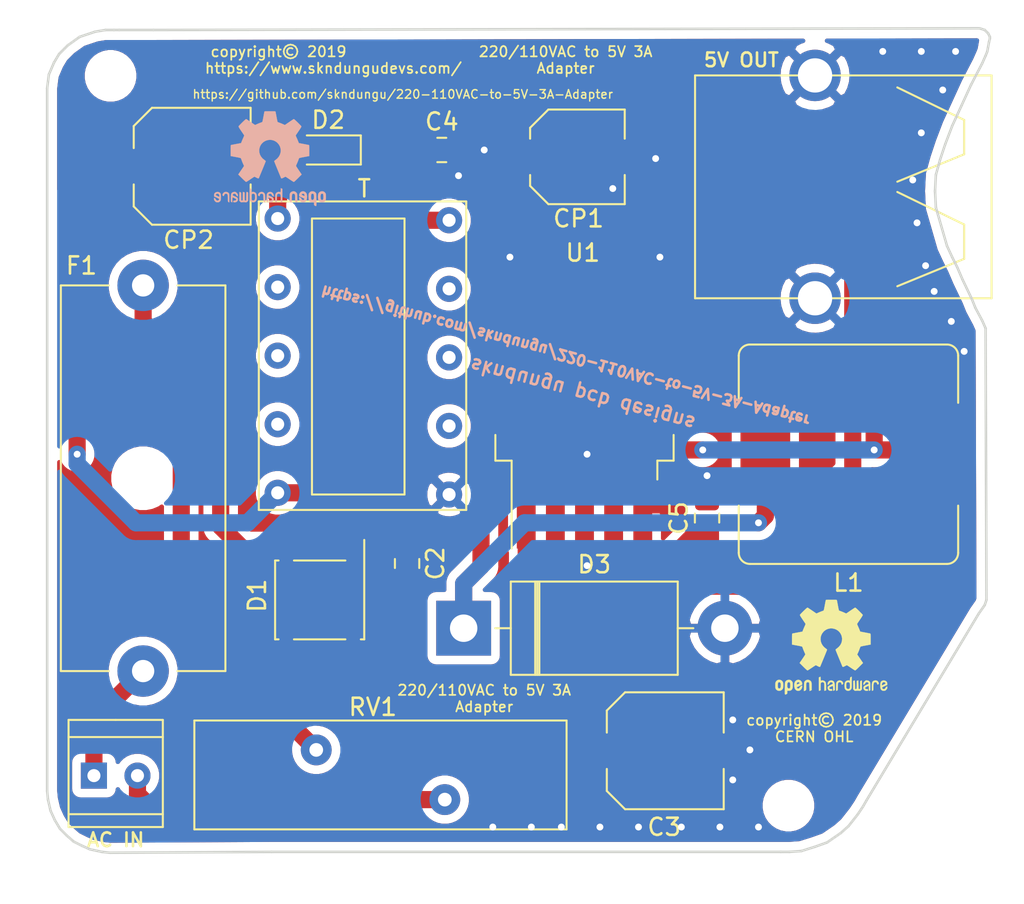
<source format=kicad_pcb>
(kicad_pcb (version 20171130) (host pcbnew "(5.1.2-1)-1")
  (layers (0 F.Cu signal) (31 B.Cu signal) (34 B.Paste user) (35 F.Paste user) (36 B.SilkS user) (37 F.SilkS user) (38 B.Mask user) (39 F.Mask user) (44 Edge.Cuts user))
  (net 0 "")
  (net 1 GND)
  (net 2 DC-OUT)
  (net 3 5V-OUT)
  (net 4 INA)
  (net 5 INB)
  (net 6 "Net-(D3-Pad1)")
  (net 7 "Net-(F1-Pad2)")
  (net 8 "Net-(J2-Pad3)")
  (net 9 "Net-(J2-Pad2)")
  (net 10 /T1)
  (net 11 /T4)
  (net 12 /T6)
  (module Symbol:OSHW-Logo2_7.3x6mm_SilkScreen (layer B.Cu) (at 89 77.5 180)
    (fp_text reference REF** hide)
    (fp_text value OSHW-Logo2_7.3x6mm_SilkScreen hide)
  )
  (module Symbol:OSHW-Logo2_7.3x6mm_SilkScreen (layer F.Cu) (at 121.75 106)
    (fp_text reference REF** hide)
    (fp_text value OSHW-Logo2_7.3x6mm_SilkScreen hide)
  )
  (module Tranformer_EE22:Transformer_EE22 (layer F.Cu) (at 94.25 89)
    (fp_text reference T (at 0.25 -9.75) (layer F.SilkS))
    (fp_text value T)
    (pad 10 thru_hole circle (at 5.2 8.1) (size 1.524 1.524) (drill 0.762) (layers *.Cu *.Mask) (net 1 GND))
    (pad 9 thru_hole circle (at 5.2 4.1) (size 1.524 1.524) (drill 0.762) (layers *.Cu *.Mask))
    (pad 8 thru_hole circle (at 5.2 0.1) (size 1.524 1.524) (drill 0.762) (layers *.Cu *.Mask))
    (pad 7 thru_hole circle (at 5.2 -3.9) (size 1.524 1.524) (drill 0.762) (layers *.Cu *.Mask))
    (pad 6 thru_hole circle (at 5.2 -7.9) (size 1.524 1.524) (drill 0.762) (layers *.Cu *.Mask) (net 12 /T6))
    (pad 5 thru_hole circle (at -4.8 -8) (size 1.524 1.524) (drill 0.762) (layers *.Cu *.Mask) (net 11 /T4))
    (pad 4 thru_hole circle (at -4.8 -4) (size 1.524 1.524) (drill 0.762) (layers *.Cu *.Mask))
    (pad 3 thru_hole circle (at -4.8 0) (size 1.524 1.524) (drill 0.762) (layers *.Cu *.Mask))
    (pad 2 thru_hole circle (at -4.8 4) (size 1.524 1.524) (drill 0.762) (layers *.Cu *.Mask))
    (pad 1 thru_hole circle (at -4.8 8) (size 1.524 1.524) (drill 0.762) (layers *.Cu *.Mask) (net 10 /T1))
  )
  (module USB_TYPE_A:PRT-09011 (layer F.Cu) (at 116.3 79.15 270)
    (fp_text reference "5V OUT" (at -7.4 -0.2 180) (layer F.SilkS) (effects (font (size 0.8 0.8))))
    (fp_text value USB_A)
    (pad 5 thru_hole circle (at 6.5 -4.5 270) (size 3 3) (drill 2) (layers *.Cu *.Mask) (net 1 GND))
    (pad 5 thru_hole circle (at -6.5 -4.5 270) (size 3 3) (drill 2) (layers *.Cu *.Mask) (net 1 GND))
    (pad 1 smd rect (at -3.5 0 270) (size 0.9 4) (layers F.Cu F.Paste F.Mask) (net 3 5V-OUT))
    (pad 2 smd rect (at -1 0 270) (size 0.9 4) (layers F.Cu F.Paste F.Mask) (net 9 "Net-(J2-Pad2)"))
    (pad 3 smd rect (at 1 0 270) (size 0.9 4) (layers F.Cu F.Paste F.Mask) (net 8 "Net-(J2-Pad3)"))
    (pad 4 smd rect (at 3.5 0 270) (size 0.9 4) (layers F.Cu F.Paste F.Mask) (net 1 GND))
  )
  (module Capacitor_SMD:C_0805_2012Metric_Pad1.15x1.40mm_HandSolder (layer F.Cu) (at 97 101.125 270)
    (fp_text reference C2 (at 0 -1.65 90) (layer F.SilkS))
    (fp_text value 10uF)
    (pad 2 smd roundrect (at 1.025 0 270) (size 1.15 1.4) (layers F.Cu F.Paste F.Mask) (roundrect_rratio 0.217391) (net 11 /T4))
    (pad 1 smd roundrect (at -1.025 0 270) (size 1.15 1.4) (layers F.Cu F.Paste F.Mask) (roundrect_rratio 0.217391) (net 10 /T1))
  )
  (module Capacitor_SMD:C_Elec_6.3x7.7 (layer F.Cu) (at 112.0625 112.05)
    (fp_text reference C3 (at -0.0625 4.45) (layer F.SilkS))
    (fp_text value 680uF)
    (pad 2 smd roundrect (at 2.5375 0) (size 3.325 1.6) (layers F.Cu F.Paste F.Mask) (roundrect_rratio 0.15625) (net 1 GND))
    (pad 1 smd roundrect (at -2.5375 0) (size 3.325 1.6) (layers F.Cu F.Paste F.Mask) (roundrect_rratio 0.15625) (net 2 DC-OUT))
  )
  (module Capacitor_SMD:C_0805_2012Metric_Pad1.15x1.40mm_HandSolder (layer F.Cu) (at 99.025 77)
    (fp_text reference C4 (at 0 -1.65) (layer F.SilkS))
    (fp_text value 0.1uF)
    (pad 2 smd roundrect (at 1.025 0) (size 1.15 1.4) (layers F.Cu F.Paste F.Mask) (roundrect_rratio 0.217391) (net 1 GND))
    (pad 1 smd roundrect (at -1.025 0) (size 1.15 1.4) (layers F.Cu F.Paste F.Mask) (roundrect_rratio 0.217391) (net 2 DC-OUT))
  )
  (module Capacitor_SMD:C_0805_2012Metric_Pad1.15x1.40mm_HandSolder (layer F.Cu) (at 114.5 98.475 90)
    (fp_text reference C5 (at 0 -1.65 90) (layer F.SilkS))
    (fp_text value 220uF)
    (pad 2 smd roundrect (at 1.025 0 90) (size 1.15 1.4) (layers F.Cu F.Paste F.Mask) (roundrect_rratio 0.217391) (net 1 GND))
    (pad 1 smd roundrect (at -1.025 0 90) (size 1.15 1.4) (layers F.Cu F.Paste F.Mask) (roundrect_rratio 0.217391) (net 3 5V-OUT))
  )
  (module Capacitor_SMD:C_Elec_5x5.8 (layer F.Cu) (at 106.9375 77.4)
    (fp_text reference CP1 (at 0.0625 3.6) (layer F.SilkS))
    (fp_text value 220uF)
    (pad 2 smd roundrect (at 2.0625 0) (size 2.775 1.6) (layers F.Cu F.Paste F.Mask) (roundrect_rratio 0.15625) (net 1 GND))
    (pad 1 smd roundrect (at -2.0625 0) (size 2.775 1.6) (layers F.Cu F.Paste F.Mask) (roundrect_rratio 0.15625) (net 2 DC-OUT))
  )
  (module Capacitor_SMD:C_Elec_6.3x7.7 (layer F.Cu) (at 84.4625 77.95)
    (fp_text reference CP2 (at -0.2125 4.3) (layer F.SilkS))
    (fp_text value 470uF)
    (pad 2 smd roundrect (at 2.5375 0) (size 3.325 1.6) (layers F.Cu F.Paste F.Mask) (roundrect_rratio 0.15625) (net 11 /T4))
    (pad 1 smd roundrect (at -2.5375 0) (size 3.325 1.6) (layers F.Cu F.Paste F.Mask) (roundrect_rratio 0.15625) (net 10 /T1))
  )
  (module Diode_SMD:Diode_Bridge_Diotec_ABS (layer F.Cu) (at 91.9 103.25 270)
    (fp_text reference D1 (at -0.25 3.65 90) (layer F.SilkS))
    (fp_text value ABS10)
    (pad 4 smd rect (at 2.975 -2 270) (size 1 0.7) (layers F.Cu F.Paste F.Mask) (net 5 INB))
    (pad 3 smd rect (at 2.975 2 270) (size 1 0.7) (layers F.Cu F.Paste F.Mask) (net 4 INA))
    (pad 2 smd rect (at -2.975 2 270) (size 1 0.7) (layers F.Cu F.Paste F.Mask) (net 11 /T4))
    (pad 1 smd rect (at -2.975 -2 270) (size 1 0.7) (layers F.Cu F.Paste F.Mask) (net 10 /T1))
  )
  (module Diode_SMD:D_SOD-323_HandSoldering (layer F.Cu) (at 92.4 77 180)
    (fp_text reference D2 (at 0 1.75) (layer F.SilkS))
    (fp_text value D)
    (pad 2 smd rect (at 1.25 0 180) (size 1 1) (layers F.Cu F.Paste F.Mask) (net 12 /T6))
    (pad 1 smd rect (at -1.25 0 180) (size 1 1) (layers F.Cu F.Paste F.Mask) (net 2 DC-OUT))
  )
  (module Diode_THT:D_DO-201AD_P15.24mm_Horizontal (layer F.Cu) (at 100.3 104.9)
    (fp_text reference D3 (at 7.62 -3.72) (layer F.SilkS))
    (fp_text value 1N5820)
    (pad 2 thru_hole oval (at 15.24 0) (size 3.2 3.2) (drill 1.6) (layers *.Cu *.Mask) (net 1 GND))
    (pad 1 thru_hole rect (at 0 0) (size 3.2 3.2) (drill 1.6) (layers *.Cu *.Mask) (net 6 "Net-(D3-Pad1)"))
  )
  (module Fuse:Fuseholder_Cylinder-5x20mm_Schurter_0031_8201_Horizontal_Open (layer F.Cu) (at 81.6 84.9 270)
    (fp_text reference F1 (at -1.15 3.6 180) (layer F.SilkS))
    (fp_text value Fuse)
    (pad "" np_thru_hole circle (at 11.25 0 270) (size 2.7 2.7) (drill 2.7) (layers *.Cu *.Mask))
    (pad 2 thru_hole circle (at 22.5 0 270) (size 3 3) (drill 1.3) (layers *.Cu *.Mask) (net 7 "Net-(F1-Pad2)"))
    (pad 1 thru_hole circle (at 0 0 270) (size 3 3) (drill 1.3) (layers *.Cu *.Mask) (net 4 INA))
  )
  (module Inductor_SMD:L_Bourns_SRR1260 (layer F.Cu) (at 122.75 94.75)
    (fp_text reference L1 (at 0 7.5) (layer F.SilkS))
    (fp_text value 33uH)
    (pad 1 smd rect (at -4.85 0) (size 2.9 5.4) (layers F.Cu F.Paste F.Mask) (net 6 "Net-(D3-Pad1)"))
    (pad 2 smd rect (at 4.85 0) (size 2.9 5.4) (layers F.Cu F.Paste F.Mask) (net 3 5V-OUT))
  )
  (module Varistor:RV_Disc_D21.5mm_W6.1mm_P7.5mm (layer F.Cu) (at 91.7 112)
    (fp_text reference RV1 (at 3.3 -2.5) (layer F.SilkS))
    (fp_text value Varistor)
    (pad 2 thru_hole circle (at 7.5 2.9) (size 1.8 1.8) (drill 0.8) (layers *.Cu *.Mask) (net 5 INB))
    (pad 1 thru_hole circle (at 0 0) (size 1.8 1.8) (drill 0.8) (layers *.Cu *.Mask) (net 4 INA))
  )
  (module Package_TO_SOT_SMD:TO-263-5_TabPin3 (layer F.Cu) (at 107.35 92.175 90)
    (fp_text reference U1 (at 9.175 -0.1 180) (layer F.SilkS))
    (fp_text value LM2596S-5)
    (pad 3 smd rect (at 3.375 0 90) (size 9.4 10.8) (layers F.Cu F.Mask) (net 1 GND))
    (pad 5 smd rect (at -5.775 3.4 90) (size 4.6 1.1) (layers F.Cu F.Paste F.Mask) (net 1 GND))
    (pad 4 smd rect (at -5.775 1.7 90) (size 4.6 1.1) (layers F.Cu F.Paste F.Mask) (net 3 5V-OUT))
    (pad 3 smd rect (at -5.775 0 90) (size 4.6 1.1) (layers F.Cu F.Paste F.Mask) (net 1 GND))
    (pad 2 smd rect (at -5.775 -1.7 90) (size 4.6 1.1) (layers F.Cu F.Paste F.Mask) (net 6 "Net-(D3-Pad1)"))
    (pad 1 smd rect (at -5.775 -3.4 90) (size 4.6 1.1) (layers F.Cu F.Paste F.Mask) (net 2 DC-OUT))
  )
  (module 2.54MM_Terminal_Blocks:39773-0002 (layer F.Cu) (at 80 113.5)
    (fp_text reference "AC IN" (at 0 3.75) (layer F.SilkS) (effects (font (size 0.8 0.8))))
    (fp_text value Screw_Terminal_01x02)
    (pad 1 thru_hole rect (at -1.27 0) (size 1.524 1.524) (drill 0.762) (layers *.Cu *.Mask) (net 7 "Net-(F1-Pad2)"))
    (pad 2 thru_hole circle (at 1.27 0) (size 1.524 1.524) (drill 0.762) (layers *.Cu *.Mask) (net 5 INB))
  )
  (module MountingHole:MountingHole_2mm (layer F.Cu) (at 79.700001 72.675001)
    (fp_text reference H1 hide)
    (fp_text value MountingHole)
    (pad "" np_thru_hole circle (at 0 0) (size 2 2) (drill 2) (layers *.Cu *.Mask))
  )
  (module MountingHole:MountingHole_2mm (layer F.Cu) (at 119.25 115.25)
    (fp_text reference H2 hide)
    (fp_text value MountingHole)
    (pad "" np_thru_hole circle (at 0 0) (size 2 2) (drill 2) (layers *.Cu *.Mask))
  )
  (gr_text "skndungu pcb designs" (at 107.25 91.25 165) (layer B.SilkS) (effects (font (size 0.8 0.8)) (justify mirror)))
  (gr_text https://github.com/skndungu/220-110VAC-to-5V-3A-Adapter (at 106.25 89 165) (layer B.SilkS) (effects (font (size 0.6 0.6)) (justify mirror)))
  (gr_text "copyright© 2019\nCERN OHL" (at 120.75 110.75) (layer F.SilkS) (effects (font (size 0.6 0.6) (thickness 0.1))))
  (gr_text https://github.com/skndungu/220-110VAC-to-5V-3A-Adapter (at 96.75 73.75) (layer F.SilkS) (effects (font (size 0.5 0.5) (thickness 0.08))))
  (gr_text "220/110VAC to 5V 3A\nAdapter" (at 101.5 109) (layer F.SilkS) (effects (font (size 0.6 0.6) (thickness 0.1))))
  (gr_text "220/110VAC to 5V 3A\nAdapter" (at 106.25 71.75) (layer F.SilkS) (effects (font (size 0.6 0.6) (thickness 0.1))))
  (gr_text "copyright© 2019\n              https://www.skndungudevs.com/" (at 89.5 71.75) (layer F.SilkS) (effects (font (size 0.6 0.6) (thickness 0.1))))
  (gr_line (start 76.05 114.9) (end 76 114.4) (layer Edge.Cuts) (width 0.15))
  (gr_line (start 76.2 115.55) (end 76.05 114.9) (layer Edge.Cuts) (width 0.15))
  (gr_line (start 76.45 116.1) (end 76.2 115.55) (layer Edge.Cuts) (width 0.15))
  (gr_line (start 76.75 116.6) (end 76.45 116.1) (layer Edge.Cuts) (width 0.15))
  (gr_line (start 77.15 117) (end 76.75 116.6) (layer Edge.Cuts) (width 0.15))
  (gr_line (start 77.55 117.35) (end 77.15 117) (layer Edge.Cuts) (width 0.15))
  (gr_line (start 78.05 117.6) (end 77.55 117.35) (layer Edge.Cuts) (width 0.15))
  (gr_line (start 78.5 117.8) (end 78.05 117.6) (layer Edge.Cuts) (width 0.15))
  (gr_line (start 79.2 117.95) (end 78.5 117.8) (layer Edge.Cuts) (width 0.15))
  (gr_line (start 79.65 118) (end 79.2 117.95) (layer Edge.Cuts) (width 0.15))
  (gr_line (start 89.1 117.95) (end 79.65 118) (layer Edge.Cuts) (width 0.15))
  (gr_line (start 118.8 117.95) (end 89.1 117.95) (layer Edge.Cuts) (width 0.15))
  (gr_line (start 119.3 117.95) (end 118.8 117.95) (layer Edge.Cuts) (width 0.15))
  (gr_line (start 120 117.9) (end 119.3 117.95) (layer Edge.Cuts) (width 0.15))
  (gr_line (start 120.8 117.65) (end 120 117.9) (layer Edge.Cuts) (width 0.15))
  (gr_line (start 121.5 117.4) (end 120.8 117.65) (layer Edge.Cuts) (width 0.15))
  (gr_line (start 122.3 116.85) (end 121.5 117.4) (layer Edge.Cuts) (width 0.15))
  (gr_line (start 122.75 116.45) (end 122.3 116.85) (layer Edge.Cuts) (width 0.15))
  (gr_line (start 123.3 115.75) (end 122.75 116.45) (layer Edge.Cuts) (width 0.15))
  (gr_line (start 123.6 115.3) (end 123.3 115.75) (layer Edge.Cuts) (width 0.15))
  (gr_line (start 123.8 114.95) (end 123.6 115.3) (layer Edge.Cuts) (width 0.15))
  (gr_line (start 130.35 104.05) (end 123.8 114.95) (layer Edge.Cuts) (width 0.15))
  (gr_line (start 130.7 103.55) (end 130.35 104.05) (layer Edge.Cuts) (width 0.15))
  (gr_line (start 130.8 103.25) (end 130.7 103.55) (layer Edge.Cuts) (width 0.15))
  (gr_line (start 130.75 87.4) (end 130.8 103.25) (layer Edge.Cuts) (width 0.15))
  (gr_line (start 130.55 86.95) (end 130.75 87.4) (layer Edge.Cuts) (width 0.15))
  (gr_line (start 130.15 86.2) (end 130.55 86.95) (layer Edge.Cuts) (width 0.15))
  (gr_line (start 129.95 85.7) (end 130.15 86.2) (layer Edge.Cuts) (width 0.15))
  (gr_line (start 129.4 84.55) (end 129.95 85.7) (layer Edge.Cuts) (width 0.15))
  (gr_line (start 129.1 83.85) (end 129.4 84.55) (layer Edge.Cuts) (width 0.15))
  (gr_line (start 128.8 83.25) (end 129.1 83.85) (layer Edge.Cuts) (width 0.15))
  (gr_line (start 128.5 82.6) (end 128.8 83.25) (layer Edge.Cuts) (width 0.15))
  (gr_line (start 127.85 80.35) (end 128.5 82.6) (layer Edge.Cuts) (width 0.15))
  (gr_line (start 127.8 79.4) (end 127.85 80.35) (layer Edge.Cuts) (width 0.15))
  (gr_line (start 127.85 78.45) (end 127.8 79.4) (layer Edge.Cuts) (width 0.15))
  (gr_line (start 128.1 77.55) (end 127.85 78.45) (layer Edge.Cuts) (width 0.15))
  (gr_line (start 128.4 76.65) (end 128.1 77.55) (layer Edge.Cuts) (width 0.15))
  (gr_line (start 128.8 75.6) (end 128.4 76.65) (layer Edge.Cuts) (width 0.15))
  (gr_line (start 129.35 74.4) (end 128.8 75.6) (layer Edge.Cuts) (width 0.15))
  (gr_line (start 129.9 73.2) (end 129.35 74.4) (layer Edge.Cuts) (width 0.15))
  (gr_line (start 130.55 71.95) (end 129.9 73.2) (layer Edge.Cuts) (width 0.15))
  (gr_line (start 130.75 71.5) (end 130.55 71.95) (layer Edge.Cuts) (width 0.15))
  (gr_line (start 130.85 71.25) (end 130.75 71.5) (layer Edge.Cuts) (width 0.15))
  (gr_line (start 130.95 70.7) (end 130.85 71.25) (layer Edge.Cuts) (width 0.15))
  (gr_line (start 131 70.5) (end 130.95 70.7) (layer Edge.Cuts) (width 0.15))
  (gr_line (start 131 70.4) (end 131 70.5) (layer Edge.Cuts) (width 0.15))
  (gr_line (start 130.9 70.2) (end 131 70.4) (layer Edge.Cuts) (width 0.15))
  (gr_line (start 130.7 70) (end 130.9 70.2) (layer Edge.Cuts) (width 0.15))
  (gr_line (start 130.4 69.9) (end 130.7 70) (layer Edge.Cuts) (width 0.15))
  (gr_line (start 82.2 70) (end 130.4 69.9) (layer Edge.Cuts) (width 0.15))
  (gr_line (start 80.2 70) (end 82.2 70) (layer Edge.Cuts) (width 0.15))
  (gr_line (start 79.9 70) (end 80.2 70) (layer Edge.Cuts) (width 0.15))
  (gr_line (start 79.4 70) (end 79.9 70) (layer Edge.Cuts) (width 0.15))
  (gr_line (start 78.8 70.1) (end 79.4 70) (layer Edge.Cuts) (width 0.15))
  (gr_line (start 77.9 70.4) (end 78.8 70.1) (layer Edge.Cuts) (width 0.15))
  (gr_line (start 77.2 70.9) (end 77.9 70.4) (layer Edge.Cuts) (width 0.15))
  (gr_line (start 77 71.1) (end 77.2 70.9) (layer Edge.Cuts) (width 0.15))
  (gr_line (start 76.7 71.4) (end 77 71.1) (layer Edge.Cuts) (width 0.15))
  (gr_line (start 76.4 71.9) (end 76.7 71.4) (layer Edge.Cuts) (width 0.15))
  (gr_line (start 76.1 72.6) (end 76.4 71.9) (layer Edge.Cuts) (width 0.15))
  (gr_line (start 76 73.4) (end 76.1 72.6) (layer Edge.Cuts) (width 0.15))
  (gr_line (start 76 114.4) (end 76 73.4) (layer Edge.Cuts) (width 0.15))
  (via (at 100 78.5) (size 0.8) (drill 0.4) (layers F.Cu B.Cu) (net 1))
  (via (at 101.5 77) (size 0.8) (drill 0.4) (layers F.Cu B.Cu) (net 1))
  (via (at 111.5 77.5) (size 0.8) (drill 0.4) (layers F.Cu B.Cu) (net 1))
  (via (at 109 79.25) (size 0.8) (drill 0.4) (layers F.Cu B.Cu) (net 1))
  (via (at 116 110.25) (size 0.8) (drill 0.4) (layers F.Cu B.Cu) (net 1))
  (via (at 116 113.75) (size 0.8) (drill 0.4) (layers F.Cu B.Cu) (net 1))
  (via (at 117 112) (size 0.8) (drill 0.4) (layers F.Cu B.Cu) (net 1))
  (via (at 107.5 94.75) (size 0.8) (drill 0.4) (layers F.Cu B.Cu) (net 1))
  (via (at 107.5 101.25) (size 0.8) (drill 0.4) (layers F.Cu B.Cu) (net 1))
  (via (at 114.5 96) (size 0.8) (drill 0.4) (layers F.Cu B.Cu) (net 1))
  (via (at 103 83.25) (size 0.8) (drill 0.4) (layers F.Cu B.Cu) (net 1))
  (via (at 111.75 83.25) (size 0.8) (drill 0.4) (layers F.Cu B.Cu) (net 1))
  (via (at 102 116.5) (size 0.8) (drill 0.4) (layers F.Cu B.Cu) (net 1))
  (via (at 104.25 116.5) (size 0.8) (drill 0.4) (layers F.Cu B.Cu) (net 1))
  (via (at 106 116.5) (size 0.8) (drill 0.4) (layers F.Cu B.Cu) (net 1))
  (via (at 108.25 116.5) (size 0.8) (drill 0.4) (layers F.Cu B.Cu) (net 1))
  (via (at 110.5 116.5) (size 0.8) (drill 0.4) (layers F.Cu B.Cu) (net 1))
  (via (at 113 116.5) (size 0.8) (drill 0.4) (layers F.Cu B.Cu) (net 1))
  (via (at 115.25 116.5) (size 0.8) (drill 0.4) (layers F.Cu B.Cu) (net 1))
  (via (at 117.5 116.5) (size 0.8) (drill 0.4) (layers F.Cu B.Cu) (net 1))
  (via (at 124.75 71.25) (size 0.8) (drill 0.4) (layers F.Cu B.Cu) (net 1))
  (via (at 127 71.25) (size 0.8) (drill 0.4) (layers F.Cu B.Cu) (net 1))
  (via (at 129 71.25) (size 0.8) (drill 0.4) (layers F.Cu B.Cu) (net 1))
  (via (at 128.25 73.5) (size 0.8) (drill 0.4) (layers F.Cu B.Cu) (net 1))
  (via (at 127 76) (size 0.8) (drill 0.4) (layers F.Cu B.Cu) (net 1))
  (via (at 126.5 78.75) (size 0.8) (drill 0.4) (layers F.Cu B.Cu) (net 1))
  (via (at 126.75 81.25) (size 0.8) (drill 0.4) (layers F.Cu B.Cu) (net 1))
  (via (at 127.25 83.75) (size 0.8) (drill 0.4) (layers F.Cu B.Cu) (net 1))
  (via (at 127.75 85.25) (size 0.8) (drill 0.4) (layers F.Cu B.Cu) (net 1))
  (via (at 128.75 87) (size 0.8) (drill 0.4) (layers F.Cu B.Cu) (net 1))
  (via (at 129.5 88.75) (size 0.8) (drill 0.4) (layers F.Cu B.Cu) (net 1))
  (segment (start 109.525 112.05) (end 103.95 106.475) (width 1) (layer F.Cu) (net 2))
  (segment (start 103.95 102.45) (end 103.95 97.95) (width 1) (layer F.Cu) (net 2))
  (segment (start 103.95 106.475) (end 103.95 102.45) (width 1) (layer F.Cu) (net 2))
  (segment (start 93.65 77) (end 98 77) (width 1) (layer F.Cu) (net 2))
  (segment (start 98 76.2) (end 98 77) (width 1) (layer F.Cu) (net 2))
  (segment (start 98.60001 75.59999) (end 98 76.2) (width 1) (layer F.Cu) (net 2))
  (segment (start 103.07499 75.59999) (end 98.60001 75.59999) (width 1) (layer F.Cu) (net 2))
  (segment (start 104.875 77.4) (end 103.07499 75.59999) (width 1) (layer F.Cu) (net 2))
  (segment (start 123.000001 81.139999) (end 123.000001 95.749999) (width 1) (layer F.Cu) (net 2))
  (segment (start 116.3 102.45) (end 103.95 102.45) (width 1) (layer F.Cu) (net 2))
  (segment (start 118.860001 76.999999) (end 123.000001 81.139999) (width 1) (layer F.Cu) (net 2))
  (segment (start 113.739999 76.999999) (end 118.860001 76.999999) (width 1) (layer F.Cu) (net 2))
  (segment (start 112.63999 75.89999) (end 113.739999 76.999999) (width 1) (layer F.Cu) (net 2))
  (segment (start 123.000001 95.749999) (end 116.3 102.45) (width 1) (layer F.Cu) (net 2))
  (segment (start 106.37501 75.89999) (end 112.63999 75.89999) (width 1) (layer F.Cu) (net 2))
  (segment (start 104.875 77.4) (end 106.37501 75.89999) (width 1) (layer F.Cu) (net 2))
  (segment (start 112.249999 100.950001) (end 109.639999 100.950001) (width 1) (layer F.Cu) (net 3))
  (segment (start 113.7 99.5) (end 112.249999 100.950001) (width 1) (layer F.Cu) (net 3))
  (segment (start 109.05 100.360002) (end 109.05 97.95) (width 1) (layer F.Cu) (net 3))
  (segment (start 109.639999 100.950001) (end 109.05 100.360002) (width 1) (layer F.Cu) (net 3))
  (segment (start 114.5 99.5) (end 113.7 99.5) (width 1) (layer F.Cu) (net 3))
  (segment (start 109.2 94.5) (end 114.25 94.5) (width 1) (layer F.Cu) (net 3))
  (segment (start 109.05 94.65) (end 109.2 94.5) (width 1) (layer F.Cu) (net 3))
  (via (at 114.25 94.5) (size 0.8) (drill 0.4) (layers F.Cu B.Cu) (net 3))
  (segment (start 109.05 97.95) (end 109.05 94.65) (width 1) (layer F.Cu) (net 3))
  (via (at 124.25 94.5) (size 0.8) (drill 0.4) (layers F.Cu B.Cu) (net 3))
  (segment (start 114.25 94.5) (end 124.25 94.5) (width 1) (layer B.Cu) (net 3))
  (segment (start 127.25 94.5) (end 127.7 94.95) (width 1) (layer F.Cu) (net 3))
  (segment (start 124.25 94.5) (end 127.25 94.5) (width 1) (layer F.Cu) (net 3))
  (segment (start 116.3 75.65) (end 120.65 75.65) (width 1) (layer F.Cu) (net 3))
  (segment (start 124.25 79.25) (end 124.25 94.5) (width 1) (layer F.Cu) (net 3))
  (segment (start 120.65 75.65) (end 124.25 79.25) (width 1) (layer F.Cu) (net 3))
  (segment (start 91.7 112) (end 89.875 110.175) (width 1) (layer F.Cu) (net 4))
  (segment (start 89.9 110.15) (end 89.9 106.225) (width 1) (layer F.Cu) (net 4))
  (segment (start 89.875 110.175) (end 89.9 110.15) (width 1) (layer F.Cu) (net 4))
  (segment (start 81.6 87.02132) (end 83.825 89.24632) (width 1) (layer F.Cu) (net 4))
  (segment (start 81.6 84.9) (end 81.6 87.02132) (width 1) (layer F.Cu) (net 4))
  (segment (start 83.825 89.24632) (end 83.825 103.6) (width 1) (layer F.Cu) (net 4))
  (segment (start 86.45 106.225) (end 89.9 106.225) (width 1) (layer F.Cu) (net 4))
  (segment (start 83.825 103.6) (end 86.45 106.225) (width 1) (layer F.Cu) (net 4))
  (segment (start 93.9 107.725) (end 93.95 107.775) (width 1) (layer F.Cu) (net 5))
  (segment (start 93.9 106.225) (end 93.9 107.725) (width 1) (layer F.Cu) (net 5))
  (segment (start 96.75 114.9) (end 99.2 114.9) (width 1) (layer F.Cu) (net 5))
  (segment (start 93.95 112.1) (end 96.75 114.9) (width 1) (layer F.Cu) (net 5))
  (segment (start 93.95 107.775) (end 93.95 112.1) (width 1) (layer F.Cu) (net 5))
  (segment (start 81.27 114.57763) (end 82.06737 115.375) (width 1) (layer F.Cu) (net 5))
  (segment (start 81.27 113.5) (end 81.27 114.57763) (width 1) (layer F.Cu) (net 5))
  (segment (start 96.275 115.375) (end 96.75 114.9) (width 1) (layer F.Cu) (net 5))
  (segment (start 82.06737 115.375) (end 96.275 115.375) (width 1) (layer F.Cu) (net 5))
  (segment (start 105.060001 94.949999) (end 102.050001 94.949999) (width 1) (layer F.Cu) (net 6))
  (segment (start 105.65 95.539998) (end 105.060001 94.949999) (width 1) (layer F.Cu) (net 6))
  (segment (start 105.65 97.95) (end 105.65 95.539998) (width 1) (layer F.Cu) (net 6))
  (segment (start 100.3 102.3) (end 100.3 104.9) (width 1) (layer F.Cu) (net 6))
  (segment (start 101.312001 101.287999) (end 100.3 102.3) (width 1) (layer F.Cu) (net 6))
  (segment (start 101.312001 95.687999) (end 101.312001 101.287999) (width 1) (layer F.Cu) (net 6))
  (segment (start 102.050001 94.949999) (end 101.312001 95.687999) (width 1) (layer F.Cu) (net 6))
  (via (at 117.5 98.75) (size 0.8) (drill 0.4) (layers F.Cu B.Cu) (net 6))
  (segment (start 117.9 98.35) (end 117.5 98.75) (width 1) (layer F.Cu) (net 6))
  (segment (start 117.9 94.75) (end 117.9 98.35) (width 1) (layer F.Cu) (net 6))
  (segment (start 103.85 98.75) (end 100.3 102.3) (width 1) (layer B.Cu) (net 6))
  (segment (start 100.3 102.3) (end 100.3 104.9) (width 1) (layer B.Cu) (net 6))
  (segment (start 117.5 98.75) (end 103.85 98.75) (width 1) (layer B.Cu) (net 6))
  (segment (start 81.6 107.4) (end 78.725 110.275) (width 1) (layer F.Cu) (net 7))
  (segment (start 78.73 110.28) (end 78.73 113.5) (width 1) (layer F.Cu) (net 7))
  (segment (start 78.725 110.275) (end 78.73 110.28) (width 1) (layer F.Cu) (net 7))
  (segment (start 96.825 100.275) (end 97 100.1) (width 1) (layer F.Cu) (net 10))
  (segment (start 93.9 100.275) (end 96.825 100.275) (width 1) (layer F.Cu) (net 10))
  (segment (start 93.9 100.125) (end 93.75 99.975) (width 1) (layer F.Cu) (net 10))
  (segment (start 93.9 100.275) (end 93.9 100.125) (width 1) (layer F.Cu) (net 10))
  (segment (start 93.75 99.975) (end 93.75 97.75) (width 1) (layer F.Cu) (net 10))
  (segment (start 93 97) (end 89.45 97) (width 1) (layer F.Cu) (net 10))
  (segment (start 93.75 97.75) (end 93 97) (width 1) (layer F.Cu) (net 10))
  (segment (start 81.925 77.95) (end 79.55 77.95) (width 1) (layer F.Cu) (net 10))
  (via (at 77.75 94.75) (size 0.8) (drill 0.4) (layers F.Cu B.Cu) (net 10))
  (segment (start 77.75 79.75) (end 77.75 94.75) (width 1) (layer F.Cu) (net 10))
  (segment (start 79.55 77.95) (end 77.75 79.75) (width 1) (layer F.Cu) (net 10))
  (segment (start 77.75 95.315685) (end 81.184315 98.75) (width 1) (layer B.Cu) (net 10))
  (segment (start 77.75 94.75) (end 77.75 95.315685) (width 1) (layer B.Cu) (net 10))
  (segment (start 87.7 98.75) (end 89.45 97) (width 1) (layer B.Cu) (net 10))
  (segment (start 81.184315 98.75) (end 87.7 98.75) (width 1) (layer B.Cu) (net 10))
  (segment (start 86.125 78.825) (end 87 77.95) (width 1) (layer F.Cu) (net 11))
  (segment (start 86.125 98.975) (end 86.125 78.825) (width 1) (layer F.Cu) (net 11))
  (segment (start 87.425 100.275) (end 86.125 98.975) (width 1) (layer F.Cu) (net 11))
  (segment (start 89.9 100.275) (end 87.425 100.275) (width 1) (layer F.Cu) (net 11))
  (segment (start 91.775 102.15) (end 97 102.15) (width 1) (layer F.Cu) (net 11))
  (segment (start 89.9 100.275) (end 91.775 102.15) (width 1) (layer F.Cu) (net 11))
  (segment (start 89.45 79.92237) (end 89.5 79.87237) (width 1) (layer F.Cu) (net 11))
  (segment (start 89.45 81) (end 89.45 79.92237) (width 1) (layer F.Cu) (net 11))
  (segment (start 89.5 79.87237) (end 89.5 78.5) (width 1) (layer F.Cu) (net 11))
  (segment (start 88.95 77.95) (end 87 77.95) (width 1) (layer F.Cu) (net 11))
  (segment (start 89.5 78.5) (end 88.95 77.95) (width 1) (layer F.Cu) (net 11))
  (segment (start 91.15 77) (end 91.15 79.15) (width 1) (layer F.Cu) (net 12))
  (segment (start 93.1 81.1) (end 99.45 81.1) (width 1) (layer F.Cu) (net 12))
  (segment (start 91.15 79.15) (end 93.1 81.1) (width 1) (layer F.Cu) (net 12))
  (zone (net 1) (net_name GND) (layer F.Cu) (connect_pads (clearance 0.508)) (min_thickness 0.254) (fill yes (arc_segments 32) (thermal_gap 0.508) (thermal_bridge_width 0.508))
    (polygon (pts (xy 73.5 68.5) (xy 132.75 68.5) (xy 131.5 120) (xy 73.5 119.75)))
  )
  (zone (net 1) (net_name GND) (layer B.Cu) (connect_pads (clearance 0.508)) (min_thickness 0.254) (fill yes (arc_segments 32) (thermal_gap 0.508) (thermal_bridge_width 0.508))
    (polygon (pts (xy 73.5 68.25) (xy 133 68.25) (xy 131.75 121) (xy 73.25 120.25)))
  )
)
</source>
